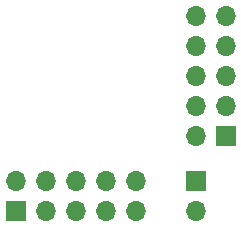
<source format=gbr>
%TF.GenerationSoftware,KiCad,Pcbnew,(5.1.10)-1*%
%TF.CreationDate,2021-11-13T20:11:31+01:00*%
%TF.ProjectId,Muino_debugger,4d75696e-6f5f-4646-9562-75676765722e,rev?*%
%TF.SameCoordinates,Original*%
%TF.FileFunction,Soldermask,Bot*%
%TF.FilePolarity,Negative*%
%FSLAX46Y46*%
G04 Gerber Fmt 4.6, Leading zero omitted, Abs format (unit mm)*
G04 Created by KiCad (PCBNEW (5.1.10)-1) date 2021-11-13 20:11:31*
%MOMM*%
%LPD*%
G01*
G04 APERTURE LIST*
%ADD10O,1.700000X1.700000*%
%ADD11R,1.700000X1.700000*%
G04 APERTURE END LIST*
D10*
%TO.C,J3*%
X125730000Y-86360000D03*
D11*
X125730000Y-83820000D03*
%TD*%
D10*
%TO.C,J2*%
X120650000Y-83820000D03*
X120650000Y-86360000D03*
X118110000Y-83820000D03*
X118110000Y-86360000D03*
X115570000Y-83820000D03*
X115570000Y-86360000D03*
X113030000Y-83820000D03*
X113030000Y-86360000D03*
X110490000Y-83820000D03*
D11*
X110490000Y-86360000D03*
%TD*%
D10*
%TO.C,J1*%
X125730000Y-69850000D03*
X128270000Y-69850000D03*
X125730000Y-72390000D03*
X128270000Y-72390000D03*
X125730000Y-74930000D03*
X128270000Y-74930000D03*
X125730000Y-77470000D03*
X128270000Y-77470000D03*
X125730000Y-80010000D03*
D11*
X128270000Y-80010000D03*
%TD*%
M02*

</source>
